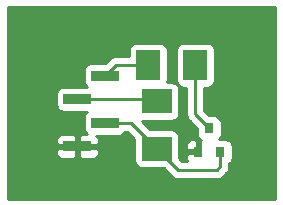
<source format=gbr>
G04 #@! TF.GenerationSoftware,KiCad,Pcbnew,(5.0.0)*
G04 #@! TF.CreationDate,2018-10-05T12:29:06-03:00*
G04 #@! TF.ProjectId,Kurupira 2,4B7572757069726120322E6B69636164,rev?*
G04 #@! TF.SameCoordinates,Original*
G04 #@! TF.FileFunction,Copper,L1,Top,Signal*
G04 #@! TF.FilePolarity,Positive*
%FSLAX46Y46*%
G04 Gerber Fmt 4.6, Leading zero omitted, Abs format (unit mm)*
G04 Created by KiCad (PCBNEW (5.0.0)) date 10/05/18 12:29:06*
%MOMM*%
%LPD*%
G01*
G04 APERTURE LIST*
G04 #@! TA.AperFunction,SMDPad,CuDef*
%ADD10R,2.350000X0.850000*%
G04 #@! TD*
G04 #@! TA.AperFunction,SMDPad,CuDef*
%ADD11R,0.800000X0.900000*%
G04 #@! TD*
G04 #@! TA.AperFunction,SMDPad,CuDef*
%ADD12R,2.000000X2.500000*%
G04 #@! TD*
G04 #@! TA.AperFunction,SMDPad,CuDef*
%ADD13R,2.500000X2.000000*%
G04 #@! TD*
G04 #@! TA.AperFunction,Conductor*
%ADD14C,0.250000*%
G04 #@! TD*
G04 #@! TA.AperFunction,Conductor*
%ADD15C,0.254000*%
G04 #@! TD*
G04 APERTURE END LIST*
D10*
G04 #@! TO.P,J1,3*
G04 #@! TO.N,Net-(J1-Pad3)*
X150575001Y-104585001D03*
G04 #@! TO.P,J1,1*
G04 #@! TO.N,Net-(J1-Pad1)*
X150575001Y-100585001D03*
G04 #@! TO.P,J1,4*
G04 #@! TO.N,GND*
X148225001Y-106585001D03*
G04 #@! TO.P,J1,2*
G04 #@! TO.N,Net-(J1-Pad2)*
X148225001Y-102585001D03*
G04 #@! TD*
D11*
G04 #@! TO.P,Q1,3*
G04 #@! TO.N,Net-(Q1-Pad3)*
X159385000Y-105045000D03*
G04 #@! TO.P,Q1,2*
G04 #@! TO.N,Net-(J1-Pad3)*
X160335000Y-107045000D03*
G04 #@! TO.P,Q1,1*
G04 #@! TO.N,GND*
X158435000Y-107045000D03*
G04 #@! TD*
D12*
G04 #@! TO.P,R1,2*
G04 #@! TO.N,Net-(J1-Pad1)*
X154210000Y-99695000D03*
G04 #@! TO.P,R1,1*
G04 #@! TO.N,Net-(Q1-Pad3)*
X158210000Y-99695000D03*
G04 #@! TD*
D13*
G04 #@! TO.P,R2,1*
G04 #@! TO.N,Net-(J1-Pad3)*
X154940000Y-106775000D03*
G04 #@! TO.P,R2,2*
G04 #@! TO.N,Net-(J1-Pad2)*
X154940000Y-102775000D03*
G04 #@! TD*
D14*
G04 #@! TO.N,Net-(J1-Pad3)*
X150575001Y-104585001D02*
X152750001Y-104585001D01*
X152750001Y-104585001D02*
X154940000Y-106775000D01*
X160335000Y-107045000D02*
X160335000Y-108270000D01*
X156750000Y-108585000D02*
X154940000Y-106775000D01*
X160020000Y-108585000D02*
X156750000Y-108585000D01*
X160335000Y-108270000D02*
X160020000Y-108585000D01*
G04 #@! TO.N,Net-(J1-Pad1)*
X154210000Y-99695000D02*
X151465002Y-99695000D01*
X151465002Y-99695000D02*
X150575001Y-100585001D01*
G04 #@! TO.N,Net-(J1-Pad2)*
X148225001Y-102585001D02*
X154750001Y-102585001D01*
X154750001Y-102585001D02*
X154940000Y-102775000D01*
G04 #@! TO.N,Net-(Q1-Pad3)*
X158210000Y-99695000D02*
X158210000Y-103870000D01*
X158210000Y-103870000D02*
X159385000Y-105045000D01*
G04 #@! TD*
D15*
G04 #@! TO.N,GND*
G36*
X164973000Y-110998000D02*
X142367000Y-110998000D01*
X142367000Y-106870751D01*
X146415001Y-106870751D01*
X146415001Y-107136311D01*
X146511674Y-107369700D01*
X146690303Y-107548328D01*
X146923692Y-107645001D01*
X147939251Y-107645001D01*
X148098001Y-107486251D01*
X148098001Y-106712001D01*
X148352001Y-106712001D01*
X148352001Y-107486251D01*
X148510751Y-107645001D01*
X149526310Y-107645001D01*
X149759699Y-107548328D01*
X149938328Y-107369700D01*
X150035001Y-107136311D01*
X150035001Y-106870751D01*
X149876251Y-106712001D01*
X148352001Y-106712001D01*
X148098001Y-106712001D01*
X146573751Y-106712001D01*
X146415001Y-106870751D01*
X142367000Y-106870751D01*
X142367000Y-106033691D01*
X146415001Y-106033691D01*
X146415001Y-106299251D01*
X146573751Y-106458001D01*
X148098001Y-106458001D01*
X148098001Y-105683751D01*
X147939251Y-105525001D01*
X146923692Y-105525001D01*
X146690303Y-105621674D01*
X146511674Y-105800302D01*
X146415001Y-106033691D01*
X142367000Y-106033691D01*
X142367000Y-102160001D01*
X146402561Y-102160001D01*
X146402561Y-103010001D01*
X146451844Y-103257766D01*
X146592192Y-103467810D01*
X146802236Y-103608158D01*
X147050001Y-103657441D01*
X149009166Y-103657441D01*
X148942192Y-103702192D01*
X148801844Y-103912236D01*
X148752561Y-104160001D01*
X148752561Y-105010001D01*
X148801844Y-105257766D01*
X148942192Y-105467810D01*
X149027784Y-105525001D01*
X148510751Y-105525001D01*
X148352001Y-105683751D01*
X148352001Y-106458001D01*
X149876251Y-106458001D01*
X150035001Y-106299251D01*
X150035001Y-106033691D01*
X149938328Y-105800302D01*
X149795466Y-105657441D01*
X151750001Y-105657441D01*
X151997766Y-105608158D01*
X152207810Y-105467810D01*
X152289869Y-105345001D01*
X152435200Y-105345001D01*
X153042560Y-105952362D01*
X153042560Y-107775000D01*
X153091843Y-108022765D01*
X153232191Y-108232809D01*
X153442235Y-108373157D01*
X153690000Y-108422440D01*
X155512638Y-108422440D01*
X156159671Y-109069473D01*
X156202071Y-109132929D01*
X156453463Y-109300904D01*
X156675148Y-109345000D01*
X156675152Y-109345000D01*
X156750000Y-109359888D01*
X156824848Y-109345000D01*
X159945153Y-109345000D01*
X160020000Y-109359888D01*
X160094847Y-109345000D01*
X160094852Y-109345000D01*
X160316537Y-109300904D01*
X160567929Y-109132929D01*
X160610331Y-109069470D01*
X160819470Y-108860331D01*
X160882929Y-108817929D01*
X161050904Y-108566537D01*
X161095000Y-108344852D01*
X161095000Y-108344848D01*
X161109888Y-108270001D01*
X161095000Y-108195154D01*
X161095000Y-108018163D01*
X161192809Y-107952809D01*
X161333157Y-107742765D01*
X161382440Y-107495000D01*
X161382440Y-106595000D01*
X161333157Y-106347235D01*
X161192809Y-106137191D01*
X160982765Y-105996843D01*
X160735000Y-105947560D01*
X160246316Y-105947560D01*
X160383157Y-105742765D01*
X160432440Y-105495000D01*
X160432440Y-104595000D01*
X160383157Y-104347235D01*
X160242809Y-104137191D01*
X160032765Y-103996843D01*
X159785000Y-103947560D01*
X159362362Y-103947560D01*
X158970000Y-103555199D01*
X158970000Y-101592440D01*
X159210000Y-101592440D01*
X159457765Y-101543157D01*
X159667809Y-101402809D01*
X159808157Y-101192765D01*
X159857440Y-100945000D01*
X159857440Y-98445000D01*
X159808157Y-98197235D01*
X159667809Y-97987191D01*
X159457765Y-97846843D01*
X159210000Y-97797560D01*
X157210000Y-97797560D01*
X156962235Y-97846843D01*
X156752191Y-97987191D01*
X156611843Y-98197235D01*
X156562560Y-98445000D01*
X156562560Y-100945000D01*
X156611843Y-101192765D01*
X156752191Y-101402809D01*
X156962235Y-101543157D01*
X157210000Y-101592440D01*
X157450000Y-101592440D01*
X157450001Y-103795148D01*
X157435112Y-103870000D01*
X157494097Y-104166537D01*
X157614836Y-104347235D01*
X157662072Y-104417929D01*
X157725528Y-104460329D01*
X158337560Y-105072362D01*
X158337560Y-105495000D01*
X158386843Y-105742765D01*
X158527191Y-105952809D01*
X158647531Y-106033219D01*
X158562000Y-106118750D01*
X158562000Y-106918000D01*
X158582000Y-106918000D01*
X158582000Y-107172000D01*
X158562000Y-107172000D01*
X158562000Y-107192000D01*
X158308000Y-107192000D01*
X158308000Y-107172000D01*
X157558750Y-107172000D01*
X157400000Y-107330750D01*
X157400000Y-107621309D01*
X157484372Y-107825000D01*
X157064802Y-107825000D01*
X156837440Y-107597638D01*
X156837440Y-106468691D01*
X157400000Y-106468691D01*
X157400000Y-106759250D01*
X157558750Y-106918000D01*
X158308000Y-106918000D01*
X158308000Y-106118750D01*
X158149250Y-105960000D01*
X157908690Y-105960000D01*
X157675301Y-106056673D01*
X157496673Y-106235302D01*
X157400000Y-106468691D01*
X156837440Y-106468691D01*
X156837440Y-105775000D01*
X156788157Y-105527235D01*
X156647809Y-105317191D01*
X156437765Y-105176843D01*
X156190000Y-105127560D01*
X154367362Y-105127560D01*
X153655349Y-104415548D01*
X153690000Y-104422440D01*
X156190000Y-104422440D01*
X156437765Y-104373157D01*
X156647809Y-104232809D01*
X156788157Y-104022765D01*
X156837440Y-103775000D01*
X156837440Y-101775000D01*
X156788157Y-101527235D01*
X156647809Y-101317191D01*
X156437765Y-101176843D01*
X156190000Y-101127560D01*
X155821127Y-101127560D01*
X155857440Y-100945000D01*
X155857440Y-98445000D01*
X155808157Y-98197235D01*
X155667809Y-97987191D01*
X155457765Y-97846843D01*
X155210000Y-97797560D01*
X153210000Y-97797560D01*
X152962235Y-97846843D01*
X152752191Y-97987191D01*
X152611843Y-98197235D01*
X152562560Y-98445000D01*
X152562560Y-98935000D01*
X151539848Y-98935000D01*
X151465001Y-98920112D01*
X151390154Y-98935000D01*
X151390150Y-98935000D01*
X151168465Y-98979096D01*
X151168463Y-98979097D01*
X151168464Y-98979097D01*
X150980528Y-99104671D01*
X150980526Y-99104673D01*
X150917073Y-99147071D01*
X150874675Y-99210525D01*
X150572639Y-99512561D01*
X149400001Y-99512561D01*
X149152236Y-99561844D01*
X148942192Y-99702192D01*
X148801844Y-99912236D01*
X148752561Y-100160001D01*
X148752561Y-101010001D01*
X148801844Y-101257766D01*
X148942192Y-101467810D01*
X149009166Y-101512561D01*
X147050001Y-101512561D01*
X146802236Y-101561844D01*
X146592192Y-101702192D01*
X146451844Y-101912236D01*
X146402561Y-102160001D01*
X142367000Y-102160001D01*
X142367000Y-94742000D01*
X164973000Y-94742000D01*
X164973000Y-110998000D01*
X164973000Y-110998000D01*
G37*
X164973000Y-110998000D02*
X142367000Y-110998000D01*
X142367000Y-106870751D01*
X146415001Y-106870751D01*
X146415001Y-107136311D01*
X146511674Y-107369700D01*
X146690303Y-107548328D01*
X146923692Y-107645001D01*
X147939251Y-107645001D01*
X148098001Y-107486251D01*
X148098001Y-106712001D01*
X148352001Y-106712001D01*
X148352001Y-107486251D01*
X148510751Y-107645001D01*
X149526310Y-107645001D01*
X149759699Y-107548328D01*
X149938328Y-107369700D01*
X150035001Y-107136311D01*
X150035001Y-106870751D01*
X149876251Y-106712001D01*
X148352001Y-106712001D01*
X148098001Y-106712001D01*
X146573751Y-106712001D01*
X146415001Y-106870751D01*
X142367000Y-106870751D01*
X142367000Y-106033691D01*
X146415001Y-106033691D01*
X146415001Y-106299251D01*
X146573751Y-106458001D01*
X148098001Y-106458001D01*
X148098001Y-105683751D01*
X147939251Y-105525001D01*
X146923692Y-105525001D01*
X146690303Y-105621674D01*
X146511674Y-105800302D01*
X146415001Y-106033691D01*
X142367000Y-106033691D01*
X142367000Y-102160001D01*
X146402561Y-102160001D01*
X146402561Y-103010001D01*
X146451844Y-103257766D01*
X146592192Y-103467810D01*
X146802236Y-103608158D01*
X147050001Y-103657441D01*
X149009166Y-103657441D01*
X148942192Y-103702192D01*
X148801844Y-103912236D01*
X148752561Y-104160001D01*
X148752561Y-105010001D01*
X148801844Y-105257766D01*
X148942192Y-105467810D01*
X149027784Y-105525001D01*
X148510751Y-105525001D01*
X148352001Y-105683751D01*
X148352001Y-106458001D01*
X149876251Y-106458001D01*
X150035001Y-106299251D01*
X150035001Y-106033691D01*
X149938328Y-105800302D01*
X149795466Y-105657441D01*
X151750001Y-105657441D01*
X151997766Y-105608158D01*
X152207810Y-105467810D01*
X152289869Y-105345001D01*
X152435200Y-105345001D01*
X153042560Y-105952362D01*
X153042560Y-107775000D01*
X153091843Y-108022765D01*
X153232191Y-108232809D01*
X153442235Y-108373157D01*
X153690000Y-108422440D01*
X155512638Y-108422440D01*
X156159671Y-109069473D01*
X156202071Y-109132929D01*
X156453463Y-109300904D01*
X156675148Y-109345000D01*
X156675152Y-109345000D01*
X156750000Y-109359888D01*
X156824848Y-109345000D01*
X159945153Y-109345000D01*
X160020000Y-109359888D01*
X160094847Y-109345000D01*
X160094852Y-109345000D01*
X160316537Y-109300904D01*
X160567929Y-109132929D01*
X160610331Y-109069470D01*
X160819470Y-108860331D01*
X160882929Y-108817929D01*
X161050904Y-108566537D01*
X161095000Y-108344852D01*
X161095000Y-108344848D01*
X161109888Y-108270001D01*
X161095000Y-108195154D01*
X161095000Y-108018163D01*
X161192809Y-107952809D01*
X161333157Y-107742765D01*
X161382440Y-107495000D01*
X161382440Y-106595000D01*
X161333157Y-106347235D01*
X161192809Y-106137191D01*
X160982765Y-105996843D01*
X160735000Y-105947560D01*
X160246316Y-105947560D01*
X160383157Y-105742765D01*
X160432440Y-105495000D01*
X160432440Y-104595000D01*
X160383157Y-104347235D01*
X160242809Y-104137191D01*
X160032765Y-103996843D01*
X159785000Y-103947560D01*
X159362362Y-103947560D01*
X158970000Y-103555199D01*
X158970000Y-101592440D01*
X159210000Y-101592440D01*
X159457765Y-101543157D01*
X159667809Y-101402809D01*
X159808157Y-101192765D01*
X159857440Y-100945000D01*
X159857440Y-98445000D01*
X159808157Y-98197235D01*
X159667809Y-97987191D01*
X159457765Y-97846843D01*
X159210000Y-97797560D01*
X157210000Y-97797560D01*
X156962235Y-97846843D01*
X156752191Y-97987191D01*
X156611843Y-98197235D01*
X156562560Y-98445000D01*
X156562560Y-100945000D01*
X156611843Y-101192765D01*
X156752191Y-101402809D01*
X156962235Y-101543157D01*
X157210000Y-101592440D01*
X157450000Y-101592440D01*
X157450001Y-103795148D01*
X157435112Y-103870000D01*
X157494097Y-104166537D01*
X157614836Y-104347235D01*
X157662072Y-104417929D01*
X157725528Y-104460329D01*
X158337560Y-105072362D01*
X158337560Y-105495000D01*
X158386843Y-105742765D01*
X158527191Y-105952809D01*
X158647531Y-106033219D01*
X158562000Y-106118750D01*
X158562000Y-106918000D01*
X158582000Y-106918000D01*
X158582000Y-107172000D01*
X158562000Y-107172000D01*
X158562000Y-107192000D01*
X158308000Y-107192000D01*
X158308000Y-107172000D01*
X157558750Y-107172000D01*
X157400000Y-107330750D01*
X157400000Y-107621309D01*
X157484372Y-107825000D01*
X157064802Y-107825000D01*
X156837440Y-107597638D01*
X156837440Y-106468691D01*
X157400000Y-106468691D01*
X157400000Y-106759250D01*
X157558750Y-106918000D01*
X158308000Y-106918000D01*
X158308000Y-106118750D01*
X158149250Y-105960000D01*
X157908690Y-105960000D01*
X157675301Y-106056673D01*
X157496673Y-106235302D01*
X157400000Y-106468691D01*
X156837440Y-106468691D01*
X156837440Y-105775000D01*
X156788157Y-105527235D01*
X156647809Y-105317191D01*
X156437765Y-105176843D01*
X156190000Y-105127560D01*
X154367362Y-105127560D01*
X153655349Y-104415548D01*
X153690000Y-104422440D01*
X156190000Y-104422440D01*
X156437765Y-104373157D01*
X156647809Y-104232809D01*
X156788157Y-104022765D01*
X156837440Y-103775000D01*
X156837440Y-101775000D01*
X156788157Y-101527235D01*
X156647809Y-101317191D01*
X156437765Y-101176843D01*
X156190000Y-101127560D01*
X155821127Y-101127560D01*
X155857440Y-100945000D01*
X155857440Y-98445000D01*
X155808157Y-98197235D01*
X155667809Y-97987191D01*
X155457765Y-97846843D01*
X155210000Y-97797560D01*
X153210000Y-97797560D01*
X152962235Y-97846843D01*
X152752191Y-97987191D01*
X152611843Y-98197235D01*
X152562560Y-98445000D01*
X152562560Y-98935000D01*
X151539848Y-98935000D01*
X151465001Y-98920112D01*
X151390154Y-98935000D01*
X151390150Y-98935000D01*
X151168465Y-98979096D01*
X151168463Y-98979097D01*
X151168464Y-98979097D01*
X150980528Y-99104671D01*
X150980526Y-99104673D01*
X150917073Y-99147071D01*
X150874675Y-99210525D01*
X150572639Y-99512561D01*
X149400001Y-99512561D01*
X149152236Y-99561844D01*
X148942192Y-99702192D01*
X148801844Y-99912236D01*
X148752561Y-100160001D01*
X148752561Y-101010001D01*
X148801844Y-101257766D01*
X148942192Y-101467810D01*
X149009166Y-101512561D01*
X147050001Y-101512561D01*
X146802236Y-101561844D01*
X146592192Y-101702192D01*
X146451844Y-101912236D01*
X146402561Y-102160001D01*
X142367000Y-102160001D01*
X142367000Y-94742000D01*
X164973000Y-94742000D01*
X164973000Y-110998000D01*
G04 #@! TD*
M02*

</source>
